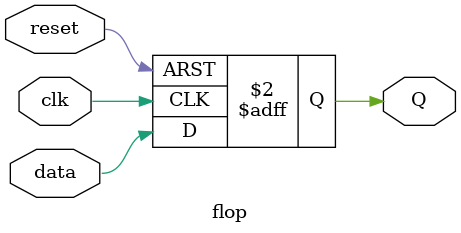
<source format=v>

module flop #(
    parameter WIDTH = 1
)(
    input wire clk,
    input wire reset,
    input wire [WIDTH-1:0] data,
    output reg [WIDTH-1:0] Q
);


    always@ (posedge clk or posedge reset) begin
        if (reset) begin
            Q <= {WIDTH{1'b0}};
        end else begin
            Q <= data;
        end
    end


endmodule
</source>
